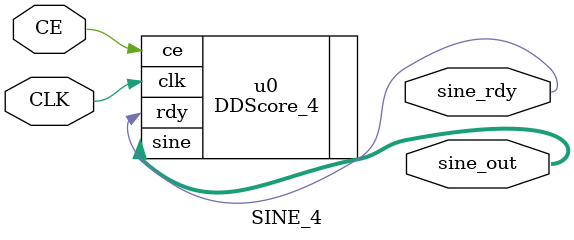
<source format=v>
`timescale 1ns / 1ps

module SINE_4(
    input CLK,
    input CE,
    output signed [15:0] sine_out,
    output sine_rdy
    );

	DDScore_4 u0 (
	  .ce(CE), // input ce
	  .clk(CLK), // input clk
	  .rdy(sine_rdy), // output rdy
	  .sine(sine_out) // output [15 : 0] sine
	);
endmodule

</source>
